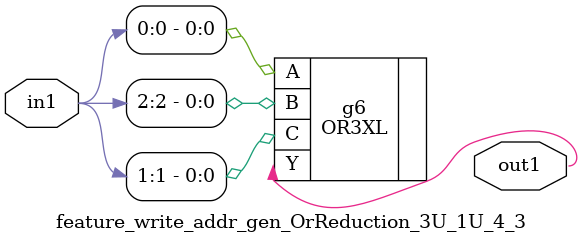
<source format=v>
`timescale 1ps / 1ps


module feature_write_addr_gen_OrReduction_3U_1U_4_3(in1, out1);
  input [2:0] in1;
  output out1;
  wire [2:0] in1;
  wire out1;
  OR3XL g6(.A (in1[0]), .B (in1[2]), .C (in1[1]), .Y (out1));
endmodule



</source>
